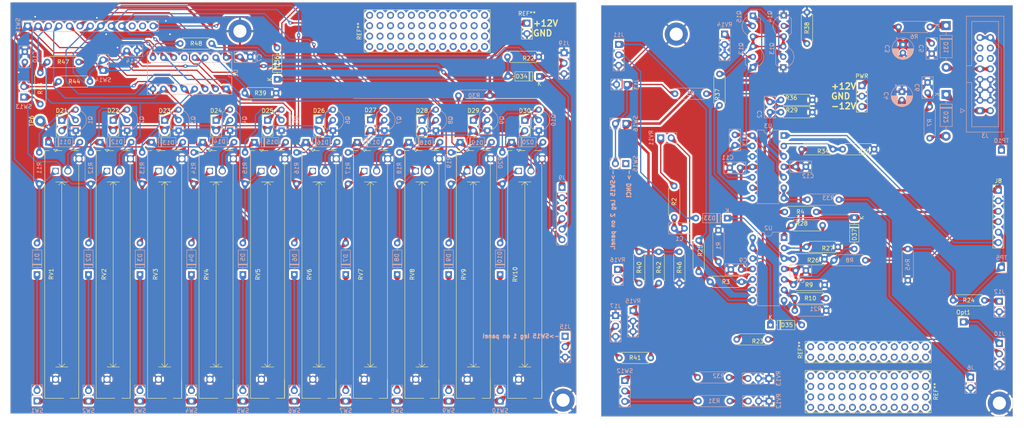
<source format=kicad_pcb>
(kicad_pcb (version 20221018) (generator pcbnew)

  (general
    (thickness 1.6)
  )

  (paper "A4")
  (title_block
    (title "Unseen Servant (Baby 10 Seq)")
  )

  (layers
    (0 "F.Cu" signal)
    (31 "B.Cu" signal)
    (32 "B.Adhes" user "B.Adhesive")
    (33 "F.Adhes" user "F.Adhesive")
    (34 "B.Paste" user)
    (35 "F.Paste" user)
    (36 "B.SilkS" user "B.Silkscreen")
    (37 "F.SilkS" user "F.Silkscreen")
    (38 "B.Mask" user)
    (39 "F.Mask" user)
    (40 "Dwgs.User" user "User.Drawings")
    (41 "Cmts.User" user "User.Comments")
    (42 "Eco1.User" user "User.Eco1")
    (43 "Eco2.User" user "User.Eco2")
    (44 "Edge.Cuts" user)
    (45 "Margin" user)
    (46 "B.CrtYd" user "B.Courtyard")
    (47 "F.CrtYd" user "F.Courtyard")
    (48 "B.Fab" user)
    (49 "F.Fab" user)
    (50 "User.1" user)
    (51 "User.2" user)
    (52 "User.3" user)
    (53 "User.4" user)
    (54 "User.5" user)
    (55 "User.6" user)
    (56 "User.7" user)
    (57 "User.8" user)
    (58 "User.9" user)
  )

  (setup
    (stackup
      (layer "F.SilkS" (type "Top Silk Screen"))
      (layer "F.Paste" (type "Top Solder Paste"))
      (layer "F.Mask" (type "Top Solder Mask") (thickness 0.01))
      (layer "F.Cu" (type "copper") (thickness 0.035))
      (layer "dielectric 1" (type "core") (thickness 1.51) (material "FR4") (epsilon_r 4.5) (loss_tangent 0.02))
      (layer "B.Cu" (type "copper") (thickness 0.035))
      (layer "B.Mask" (type "Bottom Solder Mask") (thickness 0.01))
      (layer "B.Paste" (type "Bottom Solder Paste"))
      (layer "B.SilkS" (type "Bottom Silk Screen"))
      (copper_finish "None")
      (dielectric_constraints no)
    )
    (pad_to_mask_clearance 0)
    (pcbplotparams
      (layerselection 0x00010fc_ffffffff)
      (plot_on_all_layers_selection 0x0000000_00000000)
      (disableapertmacros false)
      (usegerberextensions false)
      (usegerberattributes true)
      (usegerberadvancedattributes true)
      (creategerberjobfile true)
      (dashed_line_dash_ratio 12.000000)
      (dashed_line_gap_ratio 3.000000)
      (svgprecision 6)
      (plotframeref false)
      (viasonmask false)
      (mode 1)
      (useauxorigin false)
      (hpglpennumber 1)
      (hpglpenspeed 20)
      (hpglpendiameter 15.000000)
      (dxfpolygonmode true)
      (dxfimperialunits true)
      (dxfusepcbnewfont true)
      (psnegative false)
      (psa4output false)
      (plotreference true)
      (plotvalue true)
      (plotinvisibletext false)
      (sketchpadsonfab false)
      (subtractmaskfromsilk false)
      (outputformat 1)
      (mirror false)
      (drillshape 0)
      (scaleselection 1)
      (outputdirectory "./")
    )
  )

  (net 0 "")
  (net 1 "Net-(U2C--)")
  (net 2 "-12V")
  (net 3 "Net-(D1-K)")
  (net 4 "Net-(D1-A)")
  (net 5 "Net-(D2-K)")
  (net 6 "Net-(D2-A)")
  (net 7 "Net-(D3-K)")
  (net 8 "Net-(D3-A)")
  (net 9 "Net-(D4-K)")
  (net 10 "Net-(D4-A)")
  (net 11 "Net-(D5-K)")
  (net 12 "Net-(D5-A)")
  (net 13 "Net-(D6-K)")
  (net 14 "Net-(D6-A)")
  (net 15 "Net-(D7-K)")
  (net 16 "Net-(D7-A)")
  (net 17 "Net-(D8-K)")
  (net 18 "Net-(D8-A)")
  (net 19 "Net-(D9-K)")
  (net 20 "Net-(D9-A)")
  (net 21 "Net-(D10-K)")
  (net 22 "Net-(D10-A)")
  (net 23 "Net-(D11-A)")
  (net 24 "Net-(D12-A)")
  (net 25 "Net-(D13-A)")
  (net 26 "Net-(D14-A)")
  (net 27 "Net-(D15-A)")
  (net 28 "Net-(D16-A)")
  (net 29 "Net-(D17-A)")
  (net 30 "Net-(D18-A)")
  (net 31 "Net-(D19-A)")
  (net 32 "Net-(D20-A)")
  (net 33 "Net-(D21-K)")
  (net 34 "Net-(D21-A)")
  (net 35 "Net-(D22-K)")
  (net 36 "Net-(D23-K)")
  (net 37 "Net-(D24-K)")
  (net 38 "Net-(D25-K)")
  (net 39 "Net-(D27-K)")
  (net 40 "Net-(D28-K)")
  (net 41 "Net-(R2-Pad1)")
  (net 42 "Net-(D29-K)")
  (net 43 "Net-(D30-K)")
  (net 44 "Net-(D31-K)")
  (net 45 "Net-(D32-K)")
  (net 46 "Net-(D33-K)")
  (net 47 "Net-(R31-Pad1)")
  (net 48 "GND")
  (net 49 "unconnected-(SW11-Pad11)")
  (net 50 "unconnected-(SW11-Pad12)")
  (net 51 "Net-(D35-K)")
  (net 52 "unconnected-(J3-Pin_11-Pad11)")
  (net 53 "unconnected-(J3-Pin_12-Pad12)")
  (net 54 "unconnected-(J3-Pin_13-Pad13)")
  (net 55 "unconnected-(J3-Pin_14-Pad14)")
  (net 56 "Net-(Q1-B)")
  (net 57 "Net-(R25-Pad2)")
  (net 58 "Net-(R32-Pad1)")
  (net 59 "Net-(Q2-B)")
  (net 60 "Net-(C2-Pad1)")
  (net 61 "Net-(Q3-B)")
  (net 62 "Net-(D26-K)")
  (net 63 "Net-(Q4-B)")
  (net 64 "Net-(D31-A)")
  (net 65 "Net-(Q5-B)")
  (net 66 "Net-(D32-A)")
  (net 67 "Net-(Q6-B)")
  (net 68 "Net-(Q7-B)")
  (net 69 "Net-(D35-A)")
  (net 70 "Net-(Q8-B)")
  (net 71 "Net-(D36-A)")
  (net 72 "Net-(Q9-B)")
  (net 73 "Net-(D37-A)")
  (net 74 "Net-(Q10-B)")
  (net 75 "Net-(Q12-C)")
  (net 76 "Net-(U2A--)")
  (net 77 "Net-(U2B--)")
  (net 78 "Net-(SW12-A)")
  (net 79 "Net-(U2D--)")
  (net 80 "unconnected-(U1-Cout-Pad12)")
  (net 81 "Net-(SW14-B)")
  (net 82 "Net-(U3A-+)")
  (net 83 "RESET_IN")
  (net 84 "PIN_3_T")
  (net 85 "CLK_IN")
  (net 86 "PIN_5_B")
  (net 87 "PIN_3_B")
  (net 88 "PIN_4_B")
  (net 89 "PIN_4_T")
  (net 90 "PIN_5_T")
  (net 91 "GATE_OUT")
  (net 92 "Net-(C10-Pad1)")
  (net 93 "CLK_OUT")
  (net 94 "CASC_OUT")
  (net 95 "Net-(R43-Pad1)")
  (net 96 "CV_OUT")
  (net 97 "Net-(U3B-+)")
  (net 98 "Net-(SW12-C)")
  (net 99 "CLK_IN_N")
  (net 100 "Net-(U3A--)")
  (net 101 "Net-(J17-Pin_2)")
  (net 102 "Net-(Q12-B)")
  (net 103 "Net-(Q12-E)")
  (net 104 "Net-(Q13-B)")
  (net 105 "Net-(Q14-B)")
  (net 106 "SEQ_LV")
  (net 107 "Net-(U3B--)")
  (net 108 "PIN_6_B")
  (net 109 "PIN_6_T")
  (net 110 "+12V")
  (net 111 "Net-(R37-Pad2)")
  (net 112 "Net-(R40-Pad2)")
  (net 113 "Net-(R41-Pad1)")
  (net 114 "Net-(J3-Pin_15)")
  (net 115 "Net-(J10-Pin_1)")
  (net 116 "unconnected-(J15-Pin_1-Pad1)")
  (net 117 "unconnected-(SW15-A-Pad1)")
  (net 118 "Net-(D34-K)")
  (net 119 "Net-(SW14-A)")

  (footprint "SynthMages:SLIDE_POT_0547" (layer "F.Cu") (at 65.96 81.171374 -90))

  (footprint "Resistor_THT:R_Axial_DIN0207_L6.3mm_D2.5mm_P7.62mm_Horizontal" (layer "F.Cu") (at 178.5 75.66 -90))

  (footprint "SynthMages:SLIDE_POT_0547" (layer "F.Cu") (at 28.46 81.171374 -90))

  (footprint "Resistor_THT:R_Axial_DIN0207_L6.3mm_D2.5mm_P7.62mm_Horizontal" (layer "F.Cu") (at 188.25 32.41 -90))

  (footprint "Connector_PinHeader_2.54mm:PinHeader_1x03_P2.54mm_Vertical" (layer "F.Cu") (at 222.836 35.264))

  (footprint "Connector_PinHeader_2.54mm:PinHeader_1x02_P2.54mm_Vertical" (layer "F.Cu") (at 53.46 43.671374))

  (footprint "Resistor_THT:R_Axial_DIN0207_L6.3mm_D2.5mm_P7.62mm_Horizontal" (layer "F.Cu") (at 205.69 69.22))

  (footprint "Resistor_THT:R_Axial_DIN0207_L6.3mm_D2.5mm_P7.62mm_Horizontal" (layer "F.Cu") (at 32.56 29.5 180))

  (footprint "Resistor_THT:R_Axial_DIN0207_L6.3mm_D2.5mm_P7.62mm_Horizontal" (layer "F.Cu") (at 183.19 72.91 -90))

  (footprint "TestPoint:TestPoint_THTPad_D2.5mm_Drill1.2mm" (layer "F.Cu") (at 23.25 43.831374 90))

  (footprint "Diode_THT:D_DO-35_SOD27_P7.62mm_Horizontal" (layer "F.Cu") (at 80.79 33.698626 90))

  (footprint "Resistor_THT:R_Axial_DIN0207_L6.3mm_D2.5mm_P7.62mm_Horizontal" (layer "F.Cu") (at 177.25 59.66 -90))

  (footprint "Resistor_THT:R_Axial_DIN0207_L6.3mm_D2.5mm_P7.62mm_Horizontal" (layer "F.Cu") (at 213.75 77.47 180))

  (footprint "Resistor_THT:R_Axial_DIN0207_L6.3mm_D2.5mm_P7.62mm_Horizontal" (layer "F.Cu") (at 80.54 37.078626 180))

  (footprint "MountingHole:MountingHole_3.2mm_M3_DIN965_Pad" (layer "F.Cu") (at 150.25 111.75))

  (footprint "Connector_PinHeader_2.54mm:PinHeader_1x02_P2.54mm_Vertical" (layer "F.Cu") (at 65.96 43.671374))

  (footprint "Resistor_THT:R_Axial_DIN0207_L6.3mm_D2.5mm_P7.62mm_Horizontal" (layer "F.Cu") (at 210.81 38.72 180))

  (footprint "SynthMages:SLIDE_POT_0547" (layer "F.Cu") (at 90.96 81.171374 -90))

  (footprint "Connector_PinHeader_2.54mm:PinHeader_1x02_P2.54mm_Vertical" (layer "F.Cu") (at 141.478 20.061))

  (footprint "Resistor_THT:R_Axial_DIN0207_L6.3mm_D2.5mm_P7.62mm_Horizontal" (layer "F.Cu") (at 209.5 25.03 90))

  (footprint "Connector_PinHeader_2.54mm:PinHeader_1x02_P2.54mm_Vertical" (layer "F.Cu") (at 90.96 43.671374))

  (footprint "SynthMages:SLIDE_POT_0547" (layer "F.Cu") (at 40.96 81.171374 -90))

  (footprint "Resistor_THT:R_Axial_DIN0207_L6.3mm_D2.5mm_P7.62mm_Horizontal" (layer "F.Cu") (at 168.75 75.66 -90))

  (footprint "Connector_PinHeader_2.54mm:PinHeader_1x02_P2.54mm_Vertical" (layer "F.Cu") (at 140.96 43.671374))

  (footprint "Resistor_THT:R_Axial_DIN0207_L6.3mm_D2.5mm_P7.62mm_Horizontal" (layer "F.Cu") (at 210.81 41.72 180))

  (footprint "Connector_PinHeader_2.54mm:PinHeader_1x01_P2.54mm_Vertical" (layer "F.Cu") (at 247.5 92.72))

  (footprint "Resistor_THT:R_Axial_DIN0207_L6.3mm_D2.5mm_P7.62mm_Horizontal" (layer "F.Cu") (at 186 82.97))

  (footprint "Resistor_THT:R_Axial_DIN0207_L6.3mm_D2.5mm_P7.62mm_Horizontal" (layer "F.Cu") (at 35.31 34.25 180))

  (footprint "SynthMages:SLIDE_POT_0547" (layer "F.Cu") (at 115.96 81.171374 -90))

  (footprint "Resistor_THT:R_Axial_DIN0207_L6.3mm_D2.5mm_P7.62mm_Horizontal" (layer "F.Cu") (at 213.81 83.72 180))

  (footprint "Resistor_THT:R_Axial_DIN0207_L6.3mm_D2.5mm_P7.62mm_Horizontal" (layer "F.Cu") (at 245 87.47))

  (footprint "Connector_PinHeader_2.54mm:PinHeader_1x02_P2.54mm_Vertical" (layer "F.Cu") (at 128.46 43.671374))

  (footprint "Resistor_THT:R_Axial_DIN0207_L6.3mm_D2.5mm_P7.62mm_Horizontal" (layer "F.Cu") (at 208.19 50.72))

  (footprint "Connector_PinHeader_2.54mm:PinHeader_1x02_P2.54mm_Vertical" (layer "F.Cu") (at 78.46 43.671374))

  (footprint "Resistor_THT:R_Axial_DIN0207_L6.3mm_D2.5mm_P7.62mm_Horizontal" (layer "F.Cu") (at 217 74.47 180))

  (footprint "Resistor_THT:R_Axial_DIN0207_L6.3mm_D2.5mm_P7.62mm_Horizontal" (layer "F.Cu") (at 225.81 50.72 180))

  (footprint "Diode_THT:D_DO-35_SOD27_P7.62mm_Horizontal" (layer "F.Cu") (at 200.63 93.47))

  (footprint "Resistor_THT:R_Axial_DIN0207_L6.3mm_D2.5mm_P7.62mm_Horizontal" (layer "F.Cu") (at 144.37 28.25 180))

  (footprint "Resistor_THT:R_Axial_DIN0207_L6.3mm_D2.5mm_P7.62mm_Horizontal" (layer "F.Cu") (at 171.56 101.47 180))

  (footprint "Resistor_THT:R_Axial_DIN0207_L6.3mm_D2.5mm_P7.62mm_Horizontal" (layer "F.Cu") (at 64.87 25 180))

  (footprint "MountingHole:MountingHole_3.2mm_M3_DIN965_Pad" (layer "F.Cu") (at 71.75 22 45))

  (footprint "Resistor_THT:R_Axial_DIN0207_L6.3mm_D2.5mm_P7.62mm_Horizontal" (layer "F.Cu") (at 200.06 96.97 180))

  (footprint "Connector_PinHeader_2.54mm:PinHeader_1x02_P2.54mm_Vertical" (layer "F.Cu") (at 28.46 43.671374))

  (footprint "SynthMages:Perfboard_4x12" (layer "F.Cu") (at 238.33 105.876 -90))

  (footprint "SynthMages:Perfboard_4x12" (layer "F.Cu")
    (tstamp afed6041-7dab-45d4-a32d-b2ba8c9de466)
    (at 103.25 25.75 90)
    (descr "Through hole straight pin header, 1x12, 2.54mm pitch, single row")
    (tags "Through hole pin header THT 1x12 2.54mm single row")
    
... [3166703 chars truncated]
</source>
